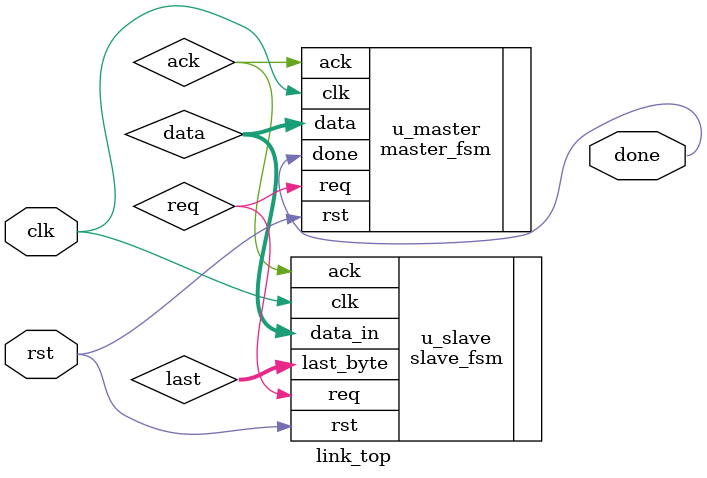
<source format=v>
`timescale 1ns/1ps
`include "master_fsm.v"
`include "slave_fsm.v"
module link_top(
    input  wire clk,
    input  wire rst,
    output wire done
);
    wire req, ack;
    wire [7:0] data;
    wire [7:0] last;

    master_fsm u_master(
        .clk(clk), .rst(rst), .ack(ack),
        .req(req), .data(data), .done(done)
    );

    slave_fsm u_slave(
        .clk(clk), .rst(rst), .req(req), .data_in(data),
        .ack(ack), .last_byte(last)
    );
endmodule
</source>
